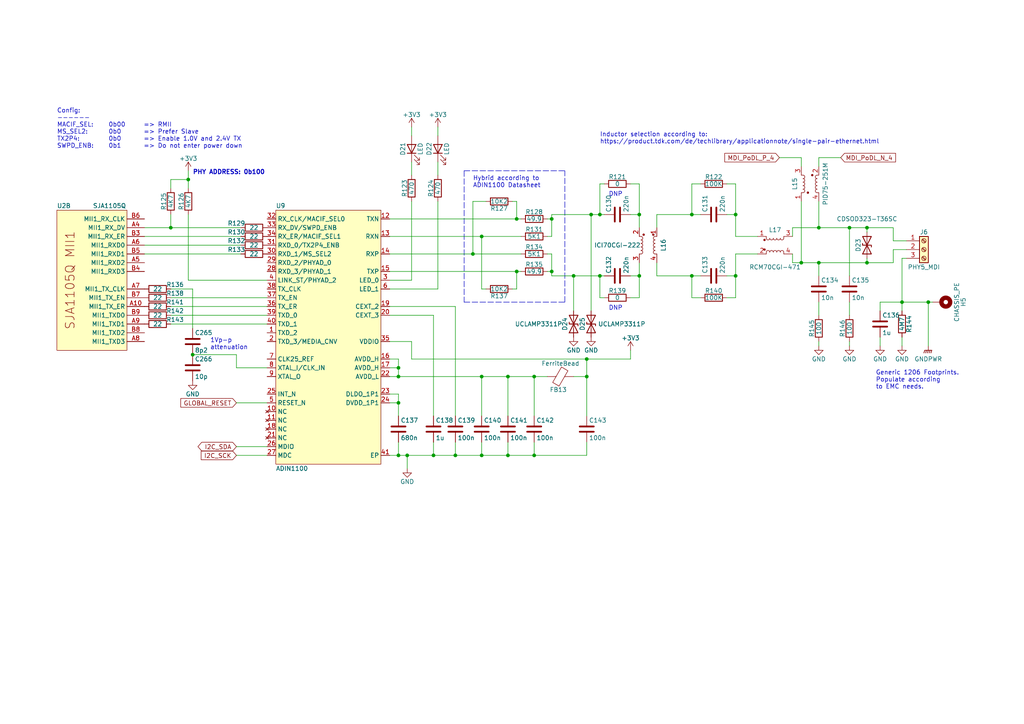
<source format=kicad_sch>
(kicad_sch (version 20211123) (generator eeschema)
  (paper "A4")
  (title_block (title "Open Hardware 10Base-T1L Switch") (date "2023-04-07") (rev "REV A") (company "Peter Heinrich") (comment 1 "Open Hardware License CERN-OHL-P v2") (comment 2 "https://github.com/peterheinrich/Open_10Base-T1L_Switch"))
  (lib_symbols
    (symbol "ADIN1100:ADIN1100"
      (property "Reference" "U" (at 0 1.27 0))
      (property "Value" "ADIN1100" (at 0 -74.93 0))
      (symbol "ADIN1100_1_1"
        (pin input line (at -2.54 -35.56 0) (length 2.54) (name "TXD_2") (number "1"))
        (pin no_connect line (at -2.54 -58.42 0) (length 2.54) (name "NC") (number "10"))
        (pin no_connect line (at -2.54 -60.96 0) (length 2.54) (name "NC") (number "11"))
        (pin bidirectional line (at 33.02 -2.54 180) (length 2.54) (name "TXN") (number "12"))
        (pin bidirectional line (at 33.02 -7.62 180) (length 2.54) (name "RXN") (number "13"))
        (pin bidirectional line (at 33.02 -12.7 180) (length 2.54) (name "RXP") (number "14"))
        (pin bidirectional line (at 33.02 -17.78 180) (length 2.54) (name "TXP") (number "15"))
        (pin power_in line (at 33.02 -43.18 180) (length 2.54) (name "AVDD_H") (number "16"))
        (pin power_in line (at 33.02 -45.72 180) (length 2.54) (name "AVDD_H") (number "17"))
        (pin no_connect line (at -2.54 -63.5 0) (length 2.54) (name "NC") (number "18"))
        (pin input line (at 33.02 -27.94 180) (length 2.54) (name "CEXT_2") (number "19"))
        (pin input line (at -2.54 -38.1 0) (length 2.54) (name "TXD_3/MEDIA_CNV") (number "2"))
        (pin input line (at 33.02 -30.48 180) (length 2.54) (name "CEXT_3") (number "20"))
        (pin no_connect line (at -2.54 -66.04 0) (length 2.54) (name "NC") (number "21"))
        (pin power_in line (at 33.02 -48.26 180) (length 2.54) (name "AVDD_L") (number "22"))
        (pin power_in line (at 33.02 -53.34 180) (length 2.54) (name "DLDO_1P1") (number "23"))
        (pin power_in line (at 33.02 -55.88 180) (length 2.54) (name "DVDD_1P1") (number "24"))
        (pin output line (at -2.54 -53.34 0) (length 2.54) (name "INT_N") (number "25"))
        (pin bidirectional line (at -2.54 -68.58 0) (length 2.54) (name "MDIO") (number "26"))
        (pin input line (at -2.54 -71.12 0) (length 2.54) (name "MDC") (number "27"))
        (pin output line (at -2.54 -17.78 0) (length 2.54) (name "RXD_3/PHYAD_1") (number "28"))
        (pin output line (at -2.54 -15.24 0) (length 2.54) (name "RXD_2/PHYAD_0") (number "29"))
        (pin output line (at 33.02 -20.32 180) (length 2.54) (name "LED_0") (number "3"))
        (pin output line (at -2.54 -12.7 0) (length 2.54) (name "RXD_1/MS_SEL2") (number "30"))
        (pin output line (at -2.54 -10.16 0) (length 2.54) (name "RXD_0/TX2P4_ENB") (number "31"))
        (pin output line (at -2.54 -2.54 0) (length 2.54) (name "RX_CLK/MACIF_SEL0") (number "32"))
        (pin output line (at -2.54 -5.08 0) (length 2.54) (name "RX_DV/SWPD_ENB") (number "33"))
        (pin output line (at -2.54 -7.62 0) (length 2.54) (name "RX_ER/MACIF_SEL1") (number "34"))
        (pin power_in line (at 33.02 -38.1 180) (length 2.54) (name "VDDIO") (number "35"))
        (pin input line (at -2.54 -27.94 0) (length 2.54) (name "TX_ER") (number "36"))
        (pin input line (at -2.54 -25.4 0) (length 2.54) (name "TX_EN") (number "37"))
        (pin output line (at -2.54 -22.86 0) (length 2.54) (name "TX_CLK") (number "38"))
        (pin input line (at -2.54 -30.48 0) (length 2.54) (name "TXD_0") (number "39"))
        (pin output line (at -2.54 -20.32 0) (length 2.54) (name "LINK_ST/PHYAD_2") (number "4"))
        (pin input line (at -2.54 -33.02 0) (length 2.54) (name "TXD_1") (number "40"))
        (pin power_in line (at 33.02 -71.12 180) (length 2.54) (name "EP") (number "41"))
        (pin input line (at -2.54 -55.88 0) (length 2.54) (name "RESET_N") (number "5"))
        (pin output line (at 33.02 -22.86 180) (length 2.54) (name "LED_1") (number "6"))
        (pin output line (at -2.54 -43.18 0) (length 2.54) (name "CLK25_REF") (number "7"))
        (pin input line (at -2.54 -45.72 0) (length 2.54) (name "XTAL_I/CLK_IN") (number "8"))
        (pin output line (at -2.54 -48.26 0) (length 2.54) (name "XTAL_O") (number "9"))
      )
    )
    (symbol "Connector:Screw_Terminal_01x03" (pin_names (offset 1.016) hide)
      (property "Reference" "J" (at 0 5.08 0))
      (property "Value" "Screw_Terminal_01x03" (at 0 -5.08 0))
      (symbol "Screw_Terminal_01x03_1_1"
        (pin passive line (at -5.08 2.54 0) (length 3.81) (name "Pin_1") (number "1"))
        (pin passive line (at -5.08 0 0) (length 3.81) (name "Pin_2") (number "2"))
        (pin passive line (at -5.08 -2.54 0) (length 3.81) (name "Pin_3") (number "3"))
      )
    )
    (symbol "Device:C" (pin_numbers hide) (pin_names (offset 0.254))
      (property "Reference" "C" (at 0.635 2.54 0))
      (property "Value" "C" (at 0.635 -2.54 0))
      (symbol "C_1_1"
        (pin passive line (at 0 3.81 270) (length 2.794) (name "~") (number "1"))
        (pin passive line (at 0 -3.81 90) (length 2.794) (name "~") (number "2"))
      )
    )
    (symbol "Device:D_TVS" (pin_numbers hide) (pin_names (offset 1.016) hide)
      (property "Reference" "D" (at 0 2.54 0))
      (property "Value" "D_TVS" (at 0 -2.54 0))
      (symbol "D_TVS_1_1"
        (pin passive line (at -3.81 0 0) (length 2.54) (name "A1") (number "1"))
        (pin passive line (at 3.81 0 180) (length 2.54) (name "A2") (number "2"))
      )
    )
    (symbol "Device:FerriteBead" (pin_numbers hide) (pin_names (offset 0))
      (property "Reference" "FB" (at -3.81 0.635 90))
      (property "Value" "FerriteBead" (at 3.81 0 90))
      (symbol "FerriteBead_1_1"
        (pin passive line (at 0 3.81 270) (length 2.54) (name "~") (number "1"))
        (pin passive line (at 0 -3.81 90) (length 2.54) (name "~") (number "2"))
      )
    )
    (symbol "Device:LED" (pin_numbers hide) (pin_names (offset 1.016) hide)
      (property "Reference" "D" (at 0 2.54 0))
      (property "Value" "LED" (at 0 -2.54 0))
      (symbol "LED_1_1"
        (pin passive line (at -3.81 0 0) (length 2.54) (name "K") (number "1"))
        (pin passive line (at 3.81 0 180) (length 2.54) (name "A") (number "2"))
      )
    )
    (symbol "Device:L_Coupled_1324" (pin_names (offset 0.254) hide)
      (property "Reference" "L" (at 0 4.445 0))
      (property "Value" "L_Coupled_1324" (at 0 -4.445 0))
      (symbol "L_Coupled_1324_1_1"
        (pin passive line (at -5.08 2.54 0) (length 2.54) (name "1") (number "1"))
        (pin passive line (at -5.08 -2.54 0) (length 2.54) (name "2") (number "2"))
        (pin passive line (at 5.08 2.54 180) (length 2.54) (name "3") (number "3"))
        (pin passive line (at 5.08 -2.54 180) (length 2.54) (name "4") (number "4"))
      )
    )
    (symbol "Device:L_Coupled_1423" (pin_names (offset 0.254) hide)
      (property "Reference" "L" (at 0 4.445 0))
      (property "Value" "L_Coupled_1423" (at 0 -4.445 0))
      (symbol "L_Coupled_1423_1_1"
        (pin passive line (at -5.08 2.54 0) (length 2.54) (name "1") (number "1"))
        (pin passive line (at -5.08 -2.54 0) (length 2.54) (name "2") (number "2"))
        (pin passive line (at 5.08 -2.54 180) (length 2.54) (name "3") (number "3"))
        (pin passive line (at 5.08 2.54 180) (length 2.54) (name "4") (number "4"))
      )
    )
    (symbol "Device:R" (pin_numbers hide) (pin_names (offset 0))
      (property "Reference" "R" (at 2.032 0 90))
      (property "Value" "R" (at 0 0 90))
      (symbol "R_1_1"
        (pin passive line (at 0 3.81 270) (length 1.27) (name "~") (number "1"))
        (pin passive line (at 0 -3.81 90) (length 1.27) (name "~") (number "2"))
      )
    )
    (symbol "L_differential_1324:L_Coupled_1324" (pin_names (offset 0.254) hide)
      (property "Reference" "L?" (at 0 4.445 0))
      (property "Value" "L_Coupled_1324" (at 0 -4.445 0))
      (symbol "L_Coupled_1324_1_1"
        (pin passive line (at -5.08 2.54 0) (length 2.54) (name "1") (number "1"))
        (pin passive line (at 5.08 -2.54 180) (length 2.54) (name "2") (number "2"))
        (pin passive line (at 5.08 2.54 180) (length 2.54) (name "3") (number "3"))
        (pin passive line (at -5.08 -2.54 0) (length 2.54) (name "4") (number "4"))
      )
    )
    (symbol "Mechanical:MountingHole_Pad" (pin_numbers hide) (pin_names (offset 1.016) hide)
      (property "Reference" "H" (at 0 6.35 0))
      (property "Value" "MountingHole_Pad" (at 0 4.445 0))
      (symbol "MountingHole_Pad_1_1"
        (pin input line (at 0 -2.54 90) (length 2.54) (name "1") (number "1"))
      )
    )
    (symbol "SJA1105Q:SJA1105Q"
      (property "Reference" "U" (at 0 1.27 0))
      (property "Value" "SJA1105Q" (at 15.24 1.27 0))
      (symbol "SJA1105Q_1_1"
        (text "SJA1105Q MII0" (at 3.81 -20.32 900) (effects (font (size 2.54 2.54))))
        (pin output line (at 25.4 -30.48 180) (length 5.08) (name "MII0_TXD0") (number "A2"))
        (pin output line (at 25.4 -27.94 180) (length 5.08) (name "MII0_TX_ER") (number "A3"))
        (pin output line (at 25.4 -33.02 180) (length 5.08) (name "MII0_TXD1") (number "B1"))
        (pin output line (at 25.4 -38.1 180) (length 5.08) (name "MII0_TXD3") (number "C1"))
        (pin output line (at 25.4 -35.56 180) (length 5.08) (name "MII0_TXD2") (number "C2"))
        (pin bidirectional line (at 25.4 -22.86 180) (length 5.08) (name "MII0_TX_CLK") (number "D1"))
        (pin output line (at 25.4 -25.4 180) (length 5.08) (name "MII0_TX_EN") (number "D2"))
        (pin input line (at 25.4 -10.16 180) (length 5.08) (name "MII0_RXD0") (number "E1"))
        (pin bidirectional line (at 25.4 -2.54 180) (length 5.08) (name "MII0_RX_CLK") (number "E2"))
        (pin input line (at 25.4 -15.24 180) (length 5.08) (name "MII0_RXD2") (number "F1"))
        (pin input line (at 25.4 -12.7 180) (length 5.08) (name "MII0_RXD1") (number "F2"))
        (pin input line (at 25.4 -5.08 180) (length 5.08) (name "MII0_RX_DV") (number "G1"))
        (pin input line (at 25.4 -17.78 180) (length 5.08) (name "MII0_RXD3") (number "G2"))
        (pin input line (at 25.4 -7.62 180) (length 5.08) (name "MII0_RX_ER") (number "H2"))
      )
      (symbol "SJA1105Q_2_1"
        (text "SJA1105Q MII1" (at 3.81 -20.32 900) (effects (font (size 2.54 2.54))))
        (pin output line (at 25.4 -27.94 180) (length 5.08) (name "MII1_TX_ER") (number "A10"))
        (pin input line (at 25.4 -5.08 180) (length 5.08) (name "MII1_RX_DV") (number "A4"))
        (pin input line (at 25.4 -15.24 180) (length 5.08) (name "MII1_RXD2") (number "A5"))
        (pin input line (at 25.4 -10.16 180) (length 5.08) (name "MII1_RXD0") (number "A6"))
        (pin bidirectional line (at 25.4 -22.86 180) (length 5.08) (name "MII1_TX_CLK") (number "A7"))
        (pin output line (at 25.4 -38.1 180) (length 5.08) (name "MII1_TXD3") (number "A8"))
        (pin output line (at 25.4 -33.02 180) (length 5.08) (name "MII1_TXD1") (number "A9"))
        (pin input line (at 25.4 -7.62 180) (length 5.08) (name "MII1_RX_ER") (number "B3"))
        (pin input line (at 25.4 -17.78 180) (length 5.08) (name "MII1_RXD3") (number "B4"))
        (pin input line (at 25.4 -12.7 180) (length 5.08) (name "MII1_RXD1") (number "B5"))
        (pin bidirectional line (at 25.4 -2.54 180) (length 5.08) (name "MII1_RX_CLK") (number "B6"))
        (pin output line (at 25.4 -25.4 180) (length 5.08) (name "MII1_TX_EN") (number "B7"))
        (pin output line (at 25.4 -35.56 180) (length 5.08) (name "MII1_TXD2") (number "B8"))
        (pin output line (at 25.4 -30.48 180) (length 5.08) (name "MII1_TXD0") (number "B9"))
      )
      (symbol "SJA1105Q_3_1"
        (text "SJA1105Q MII2" (at 3.81 -20.32 900) (effects (font (size 2.54 2.54))))
        (pin input line (at 25.4 -5.08 180) (length 5.08) (name "MII2_RX_DV") (number "A11"))
        (pin input line (at 25.4 -15.24 180) (length 5.08) (name "MII2_RXD2") (number "A12"))
        (pin input line (at 25.4 -10.16 180) (length 5.08) (name "MII2_RXD0") (number "A13"))
        (pin input line (at 25.4 -7.62 180) (length 5.08) (name "MII2_RX_ER") (number "B10"))
        (pin input line (at 25.4 -17.78 180) (length 5.08) (name "MII2_RXD3") (number "B11"))
        (pin input line (at 25.4 -12.7 180) (length 5.08) (name "MII2_RXD1") (number "B12"))
        (pin bidirectional line (at 25.4 -2.54 180) (length 5.08) (name "MII2_RX_CLK") (number "B14"))
        (pin output line (at 25.4 -25.4 180) (length 5.08) (name "MII2_TX_EN") (number "C13"))
        (pin bidirectional line (at 25.4 -22.86 180) (length 5.08) (name "MII2_TX_CLK") (number "C14"))
        (pin output line (at 25.4 -35.56 180) (length 5.08) (name "MII2_TXD2") (number "D13"))
        (pin output line (at 25.4 -38.1 180) (length 5.08) (name "MII2_TXD3") (number "D14"))
        (pin output line (at 25.4 -30.48 180) (length 5.08) (name "MII2_TXD0") (number "E13"))
        (pin output line (at 25.4 -33.02 180) (length 5.08) (name "MII2_TXD1") (number "E14"))
        (pin output line (at 25.4 -27.94 180) (length 5.08) (name "MII2_TX_ER") (number "F14"))
      )
      (symbol "SJA1105Q_4_1"
        (text "SJA1105Q MII3" (at 3.81 -20.32 900) (effects (font (size 2.54 2.54))))
        (pin input line (at 25.4 -7.62 180) (length 5.08) (name "MII3_RX_ER") (number "F13"))
        (pin input line (at 25.4 -17.78 180) (length 5.08) (name "MII3_RXD3") (number "G13"))
        (pin input line (at 25.4 -5.08 180) (length 5.08) (name "MII3_RX_DV") (number "G14"))
        (pin input line (at 25.4 -12.7 180) (length 5.08) (name "MII3_RXD1") (number "H13"))
        (pin input line (at 25.4 -15.24 180) (length 5.08) (name "MII3_RXD2") (number "H14"))
        (pin bidirectional line (at 25.4 -2.54 180) (length 5.08) (name "MII3_RX_CLK") (number "J13"))
        (pin input line (at 25.4 -10.16 180) (length 5.08) (name "MII3_RXD0") (number "J14"))
        (pin output line (at 25.4 -25.4 180) (length 5.08) (name "MII3_TX_EN") (number "K13"))
        (pin bidirectional line (at 25.4 -22.86 180) (length 5.08) (name "MII3_TX_CLK") (number "K14"))
        (pin output line (at 25.4 -35.56 180) (length 5.08) (name "MII3_TXD2") (number "L13"))
        (pin output line (at 25.4 -38.1 180) (length 5.08) (name "MII3_TXD3") (number "L14"))
        (pin output line (at 25.4 -30.48 180) (length 5.08) (name "MII3_TXD0") (number "M13"))
        (pin output line (at 25.4 -33.02 180) (length 5.08) (name "MII3_TXD1") (number "M14"))
        (pin output line (at 25.4 -27.94 180) (length 5.08) (name "MII3_TX_ER") (number "N14"))
      )
      (symbol "SJA1105Q_5_1"
        (text "SJA1105Q MII4" (at 3.81 -20.32 900) (effects (font (size 2.54 2.54))))
        (pin input line (at 25.4 -10.16 180) (length 5.08) (name "MII4_RXD0") (number "N10"))
        (pin input line (at 25.4 -15.24 180) (length 5.08) (name "MII4_RXD2") (number "N11"))
        (pin input line (at 25.4 -5.08 180) (length 5.08) (name "MII4_RX_DV") (number "N12"))
        (pin output line (at 25.4 -33.02 180) (length 5.08) (name "MII4_TXD1") (number "N7"))
        (pin output line (at 25.4 -38.1 180) (length 5.08) (name "MII4_TXD3") (number "N8"))
        (pin bidirectional line (at 25.4 -22.86 180) (length 5.08) (name "MII4_TX_CLK") (number "N9"))
        (pin bidirectional line (at 25.4 -2.54 180) (length 5.08) (name "MII4_RX_CLK") (number "P10"))
        (pin input line (at 25.4 -12.7 180) (length 5.08) (name "MII4_RXD1") (number "P11"))
        (pin input line (at 25.4 -17.78 180) (length 5.08) (name "MII4_RXD3") (number "P12"))
        (pin input line (at 25.4 -7.62 180) (length 5.08) (name "MII4_RX_ER") (number "P13"))
        (pin output line (at 25.4 -27.94 180) (length 5.08) (name "MII4_TX_ER") (number "P6"))
        (pin output line (at 25.4 -30.48 180) (length 5.08) (name "MII4_TXD0") (number "P7"))
        (pin output line (at 25.4 -35.56 180) (length 5.08) (name "MII4_TXD2") (number "P8"))
        (pin output line (at 25.4 -25.4 180) (length 5.08) (name "MII4_TX_EN") (number "P9"))
      )
      (symbol "SJA1105Q_6_1"
        (text "SJA1105Q CLK" (at 15.24 -17.78 900) (effects (font (size 2.54 2.54))))
        (pin output line (at -5.08 -2.54 0) (length 5.08) (name "CLK_OUT") (number "H1"))
        (pin input line (at -5.08 -20.32 0) (length 5.08) (name "OSC_IN") (number "K2"))
        (pin output line (at -5.08 -7.62 0) (length 5.08) (name "OSC_OUT") (number "L1"))
        (pin power_in line (at 33.02 -17.78 180) (length 5.08) (name "i.c.") (number "L4"))
        (pin input line (at 33.02 -2.54 180) (length 5.08) (name "TRST_N") (number "M1"))
        (pin input line (at 33.02 -10.16 180) (length 5.08) (name "TDI") (number "M2"))
        (pin input line (at 33.02 -12.7 180) (length 5.08) (name "TCK") (number "N1"))
        (pin output line (at 33.02 -7.62 180) (length 5.08) (name "TDO") (number "N3"))
        (pin bidirectional line (at -5.08 -33.02 0) (length 5.08) (name "PTP_CLK") (number "N4"))
        (pin input line (at 33.02 -25.4 180) (length 5.08) (name "SDI") (number "N5"))
        (pin input line (at 33.02 -30.48 180) (length 5.08) (name "SS_N") (number "N6"))
        (pin input line (at 33.02 -5.08 180) (length 5.08) (name "TMS") (number "P2"))
        (pin input line (at 33.02 -33.02 180) (length 5.08) (name "RST_N") (number "P3"))
        (pin output line (at 33.02 -27.94 180) (length 5.08) (name "SDO") (number "P4"))
        (pin input line (at 33.02 -22.86 180) (length 5.08) (name "SCK") (number "P5"))
      )
      (symbol "SJA1105Q_7_1"
        (text "SJA1105Q Power" (at 12.7 -48.26 900) (effects (font (size 2.54 2.54))))
        (pin power_in line (at -5.08 -2.54 0) (length 5.08) (name "VSS") (number "A1"))
        (pin power_in line (at 33.02 -88.9 180) (length 5.08) (name "VSS") (number "A14"))
        (pin power_in line (at 33.02 -83.82 180) (length 5.08) (name "VSS") (number "B13"))
        (pin power_in line (at 33.02 -48.26 180) (length 5.08) (name "VDDIO_MII2") (number "D10"))
        (pin power_in line (at 33.02 -50.8 180) (length 5.08) (name "VDDIO_MII2") (number "D11"))
        (pin power_in line (at 33.02 -33.02 180) (length 5.08) (name "VDDIO_MII0") (number "D4"))
        (pin power_in line (at 33.02 -40.64 180) (length 5.08) (name "VDDIO_MII1") (number "D5"))
        (pin power_in line (at 33.02 -7.62 180) (length 5.08) (name "VDD_CORE") (number "D6"))
        (pin power_in line (at 33.02 -43.18 180) (length 5.08) (name "VDDIO_MII1") (number "D7"))
        (pin power_in line (at 33.02 -45.72 180) (length 5.08) (name "VDDIO_MII1") (number "D8"))
        (pin power_in line (at 33.02 -12.7 180) (length 5.08) (name "VDD_CORE") (number "D9"))
        (pin power_in line (at -5.08 -91.44 0) (length 5.08) (name "VSS") (number "E10"))
        (pin power_in line (at 33.02 -53.34 180) (length 5.08) (name "VDDIO_MII2") (number "E11"))
        (pin power_in line (at 33.02 -35.56 180) (length 5.08) (name "VDDIO_MII0") (number "E4"))
        (pin power_in line (at -5.08 -12.7 0) (length 5.08) (name "VSS") (number "E5"))
        (pin power_in line (at -5.08 -27.94 0) (length 5.08) (name "VSS") (number "E6"))
        (pin power_in line (at -5.08 -43.18 0) (length 5.08) (name "VSS") (number "E7"))
        (pin power_in line (at -5.08 -60.96 0) (length 5.08) (name "VSS") (number "E8"))
        (pin power_in line (at -5.08 -76.2 0) (length 5.08) (name "VSS") (number "E9"))
        (pin power_in line (at -5.08 -93.98 0) (length 5.08) (name "VSS") (number "F10"))
        (pin power_in line (at 33.02 -17.78 180) (length 5.08) (name "VDD_CORE") (number "F11"))
        (pin power_in line (at 33.02 -2.54 180) (length 5.08) (name "VDD_CORE") (number "F4"))
        (pin power_in line (at -5.08 -15.24 0) (length 5.08) (name "VSS") (number "F5"))
        (pin power_in line (at -5.08 -30.48 0) (length 5.08) (name "VSS") (number "F6"))
        (pin power_in line (at -5.08 -45.72 0) (length 5.08) (name "VSS") (number "F7"))
        (pin power_in line (at -5.08 -63.5 0) (length 5.08) (name "VSS") (number "F8"))
        (pin power_in line (at -5.08 -78.74 0) (length 5.08) (name "VSS") (number "F9"))
        (pin power_in line (at -5.08 -96.52 0) (length 5.08) (name "VSS") (number "G10"))
        (pin power_in line (at 33.02 -55.88 180) (length 5.08) (name "VDDIO_MII3") (number "G11"))
        (pin power_in line (at 33.02 -38.1 180) (length 5.08) (name "VDDIO_MII0") (number "G4"))
        (pin power_in line (at -5.08 -17.78 0) (length 5.08) (name "VSS") (number "G5"))
        (pin power_in line (at -5.08 -33.02 0) (length 5.08) (name "VSS") (number "G6"))
        (pin power_in line (at -5.08 -48.26 0) (length 5.08) (name "VSS") (number "G7"))
        (pin power_in line (at -5.08 -66.04 0) (length 5.08) (name "VSS") (number "G8"))
        (pin power_in line (at -5.08 -81.28 0) (length 5.08) (name "VSS") (number "G9"))
        (pin power_in line (at 33.02 -76.2 180) (length 5.08) (name "VSS") (number "H10"))
        (pin power_in line (at 33.02 -58.42 180) (length 5.08) (name "VDDIO_MII3") (number "H11"))
        (pin power_in line (at 33.02 -27.94 180) (length 5.08) (name "VDDIO_CLO") (number "H4"))
        (pin power_in line (at -5.08 -20.32 0) (length 5.08) (name "VSS") (number "H5"))
        (pin power_in line (at -5.08 -35.56 0) (length 5.08) (name "VSS") (number "H6"))
        (pin power_in line (at -5.08 -50.8 0) (length 5.08) (name "VSS") (number "H7"))
        (pin power_in line (at -5.08 -68.58 0) (length 5.08) (name "VSS") (number "H8"))
        (pin power_in line (at -5.08 -83.82 0) (length 5.08) (name "VSS") (number "H9"))
        (pin power_in line (at 33.02 -25.4 180) (length 5.08) (name "VDDA_PLL") (number "J1"))
        (pin power_in line (at 33.02 -78.74 180) (length 5.08) (name "VSS") (number "J10"))
        (pin power_in line (at 33.02 -20.32 180) (length 5.08) (name "VDD_CORE") (number "J11"))
        (pin power_in line (at 33.02 -96.52 180) (length 5.08) (name "VSSA_PLL") (number "J2"))
        (pin power_in line (at 33.02 -5.08 180) (length 5.08) (name "VDD_CORE") (number "J4"))
        (pin power_in line (at -5.08 -22.86 0) (length 5.08) (name "VSS") (number "J5"))
        (pin power_in line (at -5.08 -38.1 0) (length 5.08) (name "VSS") (number "J6"))
        (pin power_in line (at -5.08 -53.34 0) (length 5.08) (name "VSS") (number "J7"))
        (pin power_in line (at -5.08 -71.12 0) (length 5.08) (name "VSS") (number "J8"))
        (pin power_in line (at -5.08 -86.36 0) (length 5.08) (name "VSS") (number "J9"))
        (pin power_in line (at 33.02 -22.86 180) (length 5.08) (name "VDDA_OSC") (number "K1"))
        (pin power_in line (at 33.02 -81.28 180) (length 5.08) (name "VSS") (number "K10"))
        (pin power_in line (at 33.02 -60.96 180) (length 5.08) (name "VDDIO_MII3") (number "K11"))
        (pin power_in line (at -5.08 -10.16 0) (length 5.08) (name "VSS") (number "K4"))
        (pin power_in line (at -5.08 -25.4 0) (length 5.08) (name "VSS") (number "K5"))
        (pin power_in line (at -5.08 -40.64 0) (length 5.08) (name "VSS") (number "K6"))
        (pin power_in line (at -5.08 -55.88 0) (length 5.08) (name "VSS") (number "K7"))
        (pin power_in line (at -5.08 -73.66 0) (length 5.08) (name "VSS") (number "K8"))
        (pin power_in line (at -5.08 -88.9 0) (length 5.08) (name "VSS") (number "K9"))
        (pin power_in line (at 33.02 -66.04 180) (length 5.08) (name "VDDIO_MII4") (number "L10"))
        (pin power_in line (at 33.02 -68.58 180) (length 5.08) (name "VDDIO_MII4") (number "L11"))
        (pin power_in line (at 33.02 -93.98 180) (length 5.08) (name "VSSA_OSC") (number "L2"))
        (pin power_in line (at 33.02 -30.48 180) (length 5.08) (name "VDDIO_HOST") (number "L5"))
        (pin power_in line (at 33.02 -10.16 180) (length 5.08) (name "VDD_CORE") (number "L6"))
        (pin power_in line (at -5.08 -58.42 0) (length 5.08) (name "VSS") (number "L7"))
        (pin power_in line (at 33.02 -63.5 180) (length 5.08) (name "VDDIO_MII4") (number "L8"))
        (pin power_in line (at 33.02 -15.24 180) (length 5.08) (name "VDD_CORE") (number "L9"))
        (pin power_in line (at 33.02 -86.36 180) (length 5.08) (name "VSS") (number "N13"))
        (pin power_in line (at -5.08 -7.62 0) (length 5.08) (name "VSS") (number "N2"))
        (pin power_in line (at -5.08 -5.08 0) (length 5.08) (name "VSS") (number "P1"))
        (pin power_in line (at 33.02 -91.44 180) (length 5.08) (name "VSS") (number "P14"))
      )
    )
    (symbol "power:+3V3" (power) (pin_names (offset 0))
      (property "Value" "+3V3" (at 0 3.556 0))
      (symbol "+3V3_1_1"
        (pin power_in line (at 0 0 90) (length 0) hide (name "+3V3") (number "1"))
      )
    )
    (symbol "power:GND" (power) (pin_names (offset 0))
      (property "Value" "GND" (at 0 -3.81 0))
      (symbol "GND_1_1"
        (pin power_in line (at 0 0 270) (length 0) hide (name "GND") (number "1"))
      )
    )
    (symbol "power:GNDPWR" (power) (pin_names (offset 0))
      (property "Value" "GNDPWR" (at 0 -3.302 0))
      (symbol "GNDPWR_1_1"
        (pin power_in line (at 0 0 270) (length 0) hide (name "GNDPWR") (number "1"))
      )
    )
  )
  (junction (at 200.66 62.23))
  (junction (at 139.7 68.58))
  (junction (at 237.49 76.2))
  (junction (at 237.49 66.04))
  (junction (at 139.7 132.08))
  (junction (at 154.94 132.08))
  (junction (at 137.16 73.66))
  (junction (at 115.57 106.68))
  (junction (at 213.36 80.01))
  (junction (at 115.57 109.22))
  (junction (at 147.32 132.08))
  (junction (at 170.18 104.14))
  (junction (at 251.46 76.2))
  (junction (at 166.37 80.01))
  (junction (at 139.7 109.22))
  (junction (at 118.11 132.08))
  (junction (at 171.45 62.23))
  (junction (at 125.73 132.08))
  (junction (at 149.86 78.74))
  (junction (at 154.94 109.22))
  (junction (at 49.53 66.04))
  (junction (at 232.41 76.2))
  (junction (at 261.62 87.63))
  (junction (at 185.42 62.23))
  (junction (at 149.86 63.5))
  (junction (at 54.61 52.07))
  (junction (at 160.02 78.74))
  (junction (at 251.46 66.04))
  (junction (at 160.02 63.5))
  (junction (at 200.66 80.01))
  (junction (at 55.88 102.87))
  (junction (at 147.32 109.22))
  (junction (at 269.24 87.63))
  (junction (at 185.42 80.01))
  (junction (at 173.99 62.23))
  (junction (at 213.36 62.23))
  (junction (at 173.99 80.01))
  (junction (at 115.57 116.84))
  (junction (at 115.57 132.08))
  (junction (at 170.18 109.22))
  (junction (at 132.08 132.08))
  (junction (at 246.38 66.04))
  (wire (pts (xy 232.41 58.42) (xy 232.41 76.2)))
  (wire (pts (xy 137.16 58.42) (xy 137.16 73.66)))
  (wire (pts (xy 229.87 76.2) (xy 232.41 76.2)))
  (wire (pts (xy 154.94 120.65) (xy 154.94 109.22)))
  (wire (pts (xy 171.45 62.23) (xy 171.45 90.17)))
  (wire (pts (xy 147.32 109.22) (xy 139.7 109.22)))
  (wire (pts (xy 125.73 120.65) (xy 125.73 91.44)))
  (wire (pts (xy 113.03 99.06) (xy 119.38 99.06)))
  (wire (pts (xy 149.86 78.74) (xy 151.13 78.74)))
  (wire (pts (xy 140.97 83.82) (xy 139.7 83.82)))
  (wire (pts (xy 219.71 68.58) (xy 213.36 68.58)))
  (wire (pts (xy 139.7 120.65) (xy 139.7 109.22)))
  (wire (pts (xy 54.61 49.53) (xy 54.61 52.07)))
  (wire (pts (xy 49.53 66.04) (xy 69.85 66.04)))
  (wire (pts (xy 185.42 62.23) (xy 185.42 66.04)))
  (wire (pts (xy 113.03 78.74) (xy 149.86 78.74)))
  (wire (pts (xy 115.57 114.3) (xy 115.57 116.84)))
  (wire (pts (xy 170.18 109.22) (xy 166.37 109.22)))
  (wire (pts (xy 115.57 104.14) (xy 115.57 106.68)))
  (wire (pts (xy 171.45 62.23) (xy 173.99 62.23)))
  (polyline (pts (xy 134.62 87.63) (xy 163.83 87.63)))
  (wire (pts (xy 113.03 83.82) (xy 127 83.82)))
  (wire (pts (xy 226.06 45.72) (xy 232.41 45.72)))
  (wire (pts (xy 54.61 52.07) (xy 54.61 54.61)))
  (wire (pts (xy 170.18 132.08) (xy 170.18 128.27)))
  (wire (pts (xy 237.49 99.06) (xy 237.49 100.33)))
  (wire (pts (xy 166.37 80.01) (xy 166.37 90.17)))
  (wire (pts (xy 203.2 53.34) (xy 200.66 53.34)))
  (wire (pts (xy 175.26 80.01) (xy 173.99 80.01)))
  (wire (pts (xy 229.87 66.04) (xy 237.49 66.04)))
  (wire (pts (xy 119.38 99.06) (xy 119.38 104.14)))
  (wire (pts (xy 139.7 68.58) (xy 151.13 68.58)))
  (wire (pts (xy 185.42 80.01) (xy 185.42 76.2)))
  (wire (pts (xy 255.27 97.79) (xy 255.27 100.33)))
  (wire (pts (xy 49.53 52.07) (xy 54.61 52.07)))
  (wire (pts (xy 55.88 83.82) (xy 55.88 95.25)))
  (wire (pts (xy 262.89 72.39) (xy 259.08 72.39)))
  (wire (pts (xy 140.97 58.42) (xy 137.16 58.42)))
  (wire (pts (xy 251.46 74.93) (xy 251.46 76.2)))
  (wire (pts (xy 127 83.82) (xy 127 58.42)))
  (wire (pts (xy 160.02 63.5) (xy 160.02 68.58)))
  (wire (pts (xy 259.08 72.39) (xy 259.08 76.2)))
  (wire (pts (xy 237.49 76.2) (xy 251.46 76.2)))
  (wire (pts (xy 49.53 62.23) (xy 49.53 66.04)))
  (wire (pts (xy 115.57 128.27) (xy 115.57 132.08)))
  (wire (pts (xy 160.02 62.23) (xy 171.45 62.23)))
  (polyline (pts (xy 134.62 49.53) (xy 163.83 49.53)))
  (wire (pts (xy 154.94 132.08) (xy 170.18 132.08)))
  (wire (pts (xy 160.02 80.01) (xy 160.02 78.74)))
  (wire (pts (xy 160.02 80.01) (xy 166.37 80.01)))
  (wire (pts (xy 147.32 120.65) (xy 147.32 109.22)))
  (wire (pts (xy 213.36 86.36) (xy 213.36 80.01)))
  (wire (pts (xy 237.49 66.04) (xy 246.38 66.04)))
  (wire (pts (xy 113.03 73.66) (xy 137.16 73.66)))
  (wire (pts (xy 170.18 109.22) (xy 170.18 120.65)))
  (wire (pts (xy 200.66 80.01) (xy 203.2 80.01)))
  (wire (pts (xy 149.86 78.74) (xy 149.86 83.82)))
  (wire (pts (xy 173.99 53.34) (xy 173.99 62.23)))
  (wire (pts (xy 251.46 66.04) (xy 251.46 67.31)))
  (wire (pts (xy 261.62 74.93) (xy 262.89 74.93)))
  (wire (pts (xy 246.38 66.04) (xy 246.38 80.01)))
  (wire (pts (xy 251.46 76.2) (xy 259.08 76.2)))
  (wire (pts (xy 170.18 104.14) (xy 170.18 109.22)))
  (wire (pts (xy 49.53 54.61) (xy 49.53 52.07)))
  (wire (pts (xy 115.57 106.68) (xy 115.57 109.22)))
  (wire (pts (xy 213.36 62.23) (xy 213.36 68.58)))
  (wire (pts (xy 190.5 62.23) (xy 200.66 62.23)))
  (wire (pts (xy 115.57 116.84) (xy 115.57 120.65)))
  (wire (pts (xy 213.36 53.34) (xy 213.36 62.23)))
  (wire (pts (xy 251.46 66.04) (xy 259.08 66.04)))
  (wire (pts (xy 41.91 66.04) (xy 49.53 66.04)))
  (polyline (pts (xy 134.62 49.53) (xy 134.62 87.63)))
  (wire (pts (xy 190.5 80.01) (xy 200.66 80.01)))
  (wire (pts (xy 55.88 102.87) (xy 68.58 102.87)))
  (wire (pts (xy 68.58 132.08) (xy 77.47 132.08)))
  (wire (pts (xy 200.66 86.36) (xy 200.66 80.01)))
  (wire (pts (xy 246.38 87.63) (xy 246.38 91.44)))
  (wire (pts (xy 154.94 132.08) (xy 154.94 128.27)))
  (wire (pts (xy 132.08 88.9) (xy 132.08 120.65)))
  (wire (pts (xy 160.02 62.23) (xy 160.02 63.5)))
  (wire (pts (xy 158.75 78.74) (xy 160.02 78.74)))
  (wire (pts (xy 232.41 76.2) (xy 237.49 76.2)))
  (wire (pts (xy 68.58 102.87) (xy 68.58 106.68)))
  (wire (pts (xy 154.94 109.22) (xy 147.32 109.22)))
  (wire (pts (xy 237.49 76.2) (xy 237.49 80.01)))
  (wire (pts (xy 182.88 86.36) (xy 185.42 86.36)))
  (wire (pts (xy 49.53 93.98) (xy 77.47 93.98)))
  (wire (pts (xy 200.66 53.34) (xy 200.66 62.23)))
  (wire (pts (xy 154.94 109.22) (xy 158.75 109.22)))
  (wire (pts (xy 213.36 80.01) (xy 210.82 80.01)))
  (wire (pts (xy 119.38 81.28) (xy 113.03 81.28)))
  (wire (pts (xy 261.62 87.63) (xy 255.27 87.63)))
  (wire (pts (xy 261.62 97.79) (xy 261.62 100.33)))
  (wire (pts (xy 113.03 104.14) (xy 115.57 104.14)))
  (wire (pts (xy 68.58 116.84) (xy 77.47 116.84)))
  (wire (pts (xy 49.53 88.9) (xy 77.47 88.9)))
  (wire (pts (xy 175.26 86.36) (xy 173.99 86.36)))
  (wire (pts (xy 125.73 91.44) (xy 113.03 91.44)))
  (wire (pts (xy 175.26 53.34) (xy 173.99 53.34)))
  (wire (pts (xy 149.86 58.42) (xy 149.86 63.5)))
  (wire (pts (xy 49.53 83.82) (xy 55.88 83.82)))
  (wire (pts (xy 182.88 62.23) (xy 185.42 62.23)))
  (wire (pts (xy 270.51 87.63) (xy 269.24 87.63)))
  (wire (pts (xy 259.08 69.85) (xy 259.08 66.04)))
  (wire (pts (xy 255.27 87.63) (xy 255.27 90.17)))
  (wire (pts (xy 173.99 80.01) (xy 166.37 80.01)))
  (wire (pts (xy 139.7 68.58) (xy 139.7 83.82)))
  (wire (pts (xy 147.32 132.08) (xy 147.32 128.27)))
  (wire (pts (xy 118.11 132.08) (xy 118.11 135.89)))
  (wire (pts (xy 182.88 53.34) (xy 185.42 53.34)))
  (wire (pts (xy 185.42 53.34) (xy 185.42 62.23)))
  (wire (pts (xy 200.66 62.23) (xy 203.2 62.23)))
  (wire (pts (xy 113.03 106.68) (xy 115.57 106.68)))
  (wire (pts (xy 160.02 78.74) (xy 160.02 73.66)))
  (wire (pts (xy 262.89 69.85) (xy 259.08 69.85)))
  (wire (pts (xy 118.11 132.08) (xy 125.73 132.08)))
  (wire (pts (xy 232.41 45.72) (xy 232.41 48.26)))
  (wire (pts (xy 237.49 45.72) (xy 243.84 45.72)))
  (wire (pts (xy 229.87 66.04) (xy 229.87 68.58)))
  (wire (pts (xy 173.99 86.36) (xy 173.99 80.01)))
  (wire (pts (xy 132.08 132.08) (xy 125.73 132.08)))
  (wire (pts (xy 261.62 87.63) (xy 261.62 74.93)))
  (wire (pts (xy 158.75 68.58) (xy 160.02 68.58)))
  (wire (pts (xy 113.03 88.9) (xy 132.08 88.9)))
  (wire (pts (xy 269.24 87.63) (xy 269.24 100.33)))
  (wire (pts (xy 41.91 68.58) (xy 69.85 68.58)))
  (wire (pts (xy 148.59 83.82) (xy 149.86 83.82)))
  (wire (pts (xy 119.38 104.14) (xy 170.18 104.14)))
  (wire (pts (xy 68.58 129.54) (xy 77.47 129.54)))
  (wire (pts (xy 139.7 132.08) (xy 147.32 132.08)))
  (wire (pts (xy 115.57 132.08) (xy 118.11 132.08)))
  (wire (pts (xy 113.03 63.5) (xy 149.86 63.5)))
  (wire (pts (xy 213.36 73.66) (xy 213.36 80.01)))
  (wire (pts (xy 148.59 58.42) (xy 149.86 58.42)))
  (wire (pts (xy 115.57 109.22) (xy 113.03 109.22)))
  (wire (pts (xy 125.73 132.08) (xy 125.73 128.27)))
  (wire (pts (xy 170.18 104.14) (xy 182.88 104.14)))
  (wire (pts (xy 237.49 58.42) (xy 237.49 66.04)))
  (wire (pts (xy 137.16 73.66) (xy 151.13 73.66)))
  (wire (pts (xy 190.5 62.23) (xy 190.5 66.04)))
  (wire (pts (xy 190.5 80.01) (xy 190.5 76.2)))
  (wire (pts (xy 173.99 62.23) (xy 175.26 62.23)))
  (wire (pts (xy 132.08 128.27) (xy 132.08 132.08)))
  (wire (pts (xy 237.49 87.63) (xy 237.49 91.44)))
  (wire (pts (xy 115.57 116.84) (xy 113.03 116.84)))
  (wire (pts (xy 237.49 48.26) (xy 237.49 45.72)))
  (wire (pts (xy 185.42 86.36) (xy 185.42 80.01)))
  (wire (pts (xy 127 36.83) (xy 127 39.37)))
  (wire (pts (xy 68.58 106.68) (xy 77.47 106.68)))
  (wire (pts (xy 119.38 36.83) (xy 119.38 39.37)))
  (wire (pts (xy 158.75 63.5) (xy 160.02 63.5)))
  (wire (pts (xy 219.71 73.66) (xy 213.36 73.66)))
  (wire (pts (xy 113.03 114.3) (xy 115.57 114.3)))
  (wire (pts (xy 139.7 109.22) (xy 115.57 109.22)))
  (wire (pts (xy 210.82 86.36) (xy 213.36 86.36)))
  (wire (pts (xy 229.87 76.2) (xy 229.87 73.66)))
  (wire (pts (xy 41.91 73.66) (xy 69.85 73.66)))
  (polyline (pts (xy 163.83 87.63) (xy 163.83 49.53)))
  (wire (pts (xy 139.7 132.08) (xy 139.7 128.27)))
  (wire (pts (xy 127 46.99) (xy 127 50.8)))
  (wire (pts (xy 54.61 81.28) (xy 54.61 62.23)))
  (wire (pts (xy 182.88 80.01) (xy 185.42 80.01)))
  (wire (pts (xy 246.38 66.04) (xy 251.46 66.04)))
  (wire (pts (xy 77.47 81.28) (xy 54.61 81.28)))
  (wire (pts (xy 119.38 58.42) (xy 119.38 81.28)))
  (wire (pts (xy 261.62 87.63) (xy 261.62 90.17)))
  (wire (pts (xy 203.2 86.36) (xy 200.66 86.36)))
  (wire (pts (xy 210.82 53.34) (xy 213.36 53.34)))
  (wire (pts (xy 113.03 68.58) (xy 139.7 68.58)))
  (wire (pts (xy 147.32 132.08) (xy 154.94 132.08)))
  (wire (pts (xy 49.53 86.36) (xy 77.47 86.36)))
  (wire (pts (xy 49.53 91.44) (xy 77.47 91.44)))
  (wire (pts (xy 132.08 132.08) (xy 139.7 132.08)))
  (wire (pts (xy 119.38 46.99) (xy 119.38 50.8)))
  (wire (pts (xy 149.86 63.5) (xy 151.13 63.5)))
  (wire (pts (xy 246.38 99.06) (xy 246.38 100.33)))
  (wire (pts (xy 41.91 71.12) (xy 69.85 71.12)))
  (wire (pts (xy 182.88 104.14) (xy 182.88 101.6)))
  (wire (pts (xy 210.82 62.23) (xy 213.36 62.23)))
  (wire (pts (xy 269.24 87.63) (xy 261.62 87.63)))
  (wire (pts (xy 158.75 73.66) (xy 160.02 73.66)))
  (wire (pts (xy 113.03 132.08) (xy 115.57 132.08)))
  (text "Config:\n------\nMACIF_SEL: 	0b00 	=> RMII\nMS_SEL2: 	0b0 	=> Prefer Slave\nTX2P4: 		0b0 	=> Enable 1.0V and 2.4V TX\nSWPD_ENB: 	0b1 	=> Do not enter power down" (at 16.51 43.18 0) (effects (font (size 1.27 1.27)) (justify left bottom)))
  (text "Generic 1206 Footprints.\nPopulate according \nto EMC needs." (at 254 113.03 0) (effects (font (size 1.27 1.27)) (justify left bottom)))
  (text "DNP" (at 176.53 90.17 0) (effects (font (size 1.27 1.27)) (justify left bottom)))
  (text "Inductor selection according to:\nhttps://product.tdk.com/de/techlibrary/applicationnote/single-pair-ethernet.html" (at 173.99 41.91 0) (effects (font (size 1.27 1.27)) (justify left bottom)))
  (text "PHY ADDRESS: 0b100" (at 55.88 50.8 0) (effects (font (size 1.27 1.27) bold) (justify left bottom)))
  (text "DNP" (at 176.53 57.15 0) (effects (font (size 1.27 1.27)) (justify left bottom)))
  (text "1Vp-p\nattenuation" (at 60.96 101.6 0) (effects (font (size 1.27 1.27)) (justify left bottom)))
  (text "Hybrid according to\nADIN1100 Datasheet" (at 137.16 54.61 0) (effects (font (size 1.27 1.27)) (justify left bottom)))
  (global_label "MDI_PoDL_N_4" (shape input) (at 243.84 45.72 0) (property "Intersheet References" "${INTERSHEET_REFS}" (effects hide)))
  (global_label "GLOBAL_RESET" (shape input) (at 68.58 116.84 180) (property "Intersheet References" "${INTERSHEET_REFS}" (effects hide)))
  (global_label "I2C_SDA" (shape bidirectional) (at 68.58 129.54 180) (property "Intersheet References" "${INTERSHEET_REFS}" (effects hide)))
  (global_label "MDI_PoDL_P_4" (shape input) (at 226.06 45.72 180) (property "Intersheet References" "${INTERSHEET_REFS}" (effects hide)))
  (global_label "I2C_SCK" (shape input) (at 68.58 132.08 180) (property "Intersheet References" "${INTERSHEET_REFS}" (effects hide)))
  (symbol (lib_id "Device:R") (at 119.38 54.61 180) (unit 1)
    (property "Reference" "R123" (at 117.348 54.61 90))
    (property "Value" "470" (at 119.38 54.61 90))
    (property "Footprint" "Resistor_SMD:R_0603_1608Metric" (effects hide))
  )
  (symbol (lib_id "Device:C") (at 179.07 62.23 90) (unit 1)
    (property "Reference" "C130" (at 176.53 61.595 0) (effects (justify left)))
    (property "Value" "220n" (at 181.61 61.595 0) (effects (justify left)))
    (property "Footprint" "Capacitor_SMD:C_0805_2012Metric" (effects hide))
  )
  (symbol (lib_id "power:GND") (at 166.37 97.79 0) (unit 1)
    (property "Reference" "#PWR0135" (effects hide))
    (property "Value" "GND" (at 166.37 101.6 0))
  )
  (symbol (lib_id "Device:LED") (at 127 43.18 90) (unit 1)
    (property "Reference" "D22" (at 124.46 43.18 0))
    (property "Value" "LED" (at 129.54 43.18 0))
    (property "Footprint" "LED_SMD:LED_0603_1608Metric" (effects hide))
  )
  (symbol (lib_id "Device:R") (at 246.38 95.25 180) (unit 1)
    (property "Reference" "R146" (at 244.348 95.25 90))
    (property "Value" "100" (at 246.38 95.25 90))
    (property "Footprint" "Resistor_SMD:R_0805_2012Metric" (effects hide))
  )
  (symbol (lib_id "Device:R") (at 144.78 58.42 270) (unit 1)
    (property "Reference" "R127" (at 144.78 60.452 90))
    (property "Value" "10K2" (at 144.78 58.42 90))
    (property "Footprint" "Resistor_SMD:R_0603_1608Metric" (effects hide))
  )
  (symbol (lib_id "Device:R") (at 154.94 68.58 90) (unit 1)
    (property "Reference" "R131" (at 154.94 66.548 90))
    (property "Value" "5K1" (at 154.94 68.58 90))
    (property "Footprint" "Resistor_SMD:R_0603_1608Metric" (effects hide))
  )
  (symbol (lib_id "Device:R") (at 207.01 86.36 90) (unit 1)
    (property "Reference" "R140" (at 207.01 84.328 90))
    (property "Value" "100K" (at 207.01 86.36 90))
    (property "Footprint" "Resistor_SMD:R_0805_2012Metric" (effects hide))
  )
  (symbol (lib_id "Device:L_Coupled_1324") (at 224.79 71.12 0) (unit 1)
    (property "Reference" "L17" (at 224.79 66.675 0))
    (property "Value" "RCM70CGI-471" (at 224.79 77.47 0))
    (property "Footprint" "ICI70CGI:ICI70CGI" (effects hide))
    (property "Datasheet" "https://product.tdk.com/system/files/dam/doc/product/transformer/transformer/lan/data_sheet/30/ds/lan_mod/rcm70cgi.pdf" (effects hide))
  )
  (symbol (lib_id "Device:D_TVS") (at 171.45 93.98 90) (unit 1)
    (property "Reference" "D25" (at 168.91 93.98 0))
    (property "Value" "UCLAMP3311P" (at 180.34 93.98 90))
    (property "Footprint" "UCLAMP3311P:SLP1006P2" (effects hide))
  )
  (symbol (lib_id "Device:R") (at 54.61 58.42 180) (unit 1)
    (property "Reference" "R126" (at 52.578 58.42 90))
    (property "Value" "4K7" (at 54.61 58.42 90))
    (property "Footprint" "Resistor_SMD:R_0603_1608Metric" (effects hide))
  )
  (symbol (lib_id "Device:R") (at 45.72 93.98 90) (unit 1)
    (property "Reference" "R143" (at 50.8 92.71 90))
    (property "Value" "22" (at 45.72 93.98 90))
    (property "Footprint" "Resistor_SMD:R_0603_1608Metric" (effects hide))
  )
  (symbol (lib_id "Device:C") (at 55.88 99.06 0) (unit 1)
    (property "Reference" "C265" (at 56.515 96.52 0) (effects (justify left)))
    (property "Value" "8p2" (at 56.515 101.6 0) (effects (justify left)))
    (property "Footprint" "Capacitor_SMD:C_0603_1608Metric" (effects hide))
  )
  (symbol (lib_id "Device:R") (at 73.66 68.58 90) (unit 1)
    (property "Reference" "R130" (at 68.58 67.31 90))
    (property "Value" "22" (at 73.66 68.58 90))
    (property "Footprint" "Resistor_SMD:R_0603_1608Metric" (effects hide))
  )
  (symbol (lib_id "Device:C") (at 132.08 124.46 0) (unit 1)
    (property "Reference" "C139" (at 132.715 121.92 0) (effects (justify left)))
    (property "Value" "100n" (at 132.715 127 0) (effects (justify left)))
    (property "Footprint" "Capacitor_SMD:C_0603_1608Metric" (effects hide))
  )
  (symbol (lib_id "power:GND") (at 118.11 135.89 0) (unit 1)
    (property "Reference" "#PWR0143" (effects hide))
    (property "Value" "GND" (at 118.11 139.7 0))
  )
  (symbol (lib_id "Device:R") (at 45.72 86.36 90) (unit 1)
    (property "Reference" "R138" (at 50.8 85.09 90))
    (property "Value" "22" (at 45.72 86.36 90))
    (property "Footprint" "Resistor_SMD:R_0603_1608Metric" (effects hide))
  )
  (symbol (lib_id "Device:C") (at 237.49 83.82 0) (unit 1)
    (property "Reference" "C134" (at 238.125 81.28 0) (effects (justify left)))
    (property "Value" "10n" (at 238.125 86.36 0) (effects (justify left)))
    (property "Footprint" "Capacitor_SMD:C_0805_2012Metric" (effects hide))
  )
  (symbol (lib_id "Device:D_TVS") (at 251.46 71.12 90) (unit 1)
    (property "Reference" "D23" (at 248.92 71.12 0))
    (property "Value" "CDSOD323-T36SC" (at 251.46 63.5 90))
    (property "Footprint" "Diode_SMD:D_SOD-323" (effects hide))
  )
  (symbol (lib_id "Device:R") (at 237.49 95.25 180) (unit 1)
    (property "Reference" "R145" (at 235.458 95.25 90))
    (property "Value" "100" (at 237.49 95.25 90))
    (property "Footprint" "Resistor_SMD:R_0805_2012Metric" (effects hide))
  )
  (symbol (lib_id "Mechanical:MountingHole_Pad") (at 273.05 87.63 270) (unit 1)
    (property "Reference" "H5" (at 279.4 87.63 0))
    (property "Value" "CHASSIS_PE" (at 277.495 87.63 0))
    (property "Footprint" "MountingHole:MountingHole_3.2mm_M3_Pad_Via" (effects hide))
  )
  (symbol (lib_id "Device:R") (at 49.53 58.42 180) (unit 1)
    (property "Reference" "R125" (at 47.498 58.42 90))
    (property "Value" "4K7" (at 49.53 58.42 90))
    (property "Footprint" "Resistor_SMD:R_0603_1608Metric" (effects hide))
  )
  (symbol (lib_id "Device:R") (at 144.78 83.82 270) (unit 1)
    (property "Reference" "R137" (at 144.78 85.852 90))
    (property "Value" "10K2" (at 144.78 83.82 90))
    (property "Footprint" "Resistor_SMD:R_0603_1608Metric" (effects hide))
  )
  (symbol (lib_id "Device:R") (at 207.01 53.34 90) (unit 1)
    (property "Reference" "R122" (at 207.01 51.308 90))
    (property "Value" "100K" (at 207.01 53.34 90))
    (property "Footprint" "Resistor_SMD:R_0805_2012Metric" (effects hide))
  )
  (symbol (lib_id "Device:FerriteBead") (at 162.56 109.22 90) (unit 1)
    (property "Reference" "FB13" (at 161.925 113.03 90))
    (property "Value" "FerriteBead" (at 162.56 105.41 90))
    (property "Footprint" "Inductor_SMD:L_1206_3216Metric" (effects hide))
  )
  (symbol (lib_id "Device:LED") (at 119.38 43.18 90) (unit 1)
    (property "Reference" "D21" (at 116.84 43.18 0))
    (property "Value" "LED" (at 121.92 43.18 0))
    (property "Footprint" "LED_SMD:LED_0603_1608Metric" (effects hide))
  )
  (symbol (lib_id "Device:R") (at 45.72 91.44 90) (unit 1)
    (property "Reference" "R142" (at 50.8 90.17 90))
    (property "Value" "22" (at 45.72 91.44 90))
    (property "Footprint" "Resistor_SMD:R_0603_1608Metric" (effects hide))
  )
  (symbol (lib_id "Device:R") (at 45.72 83.82 90) (unit 1)
    (property "Reference" "R136" (at 50.8 82.55 90))
    (property "Value" "22" (at 45.72 83.82 90))
    (property "Footprint" "Resistor_SMD:R_0603_1608Metric" (effects hide))
  )
  (symbol (lib_id "power:GND") (at 237.49 100.33 0) (unit 1)
    (property "Reference" "#PWR0137" (effects hide))
    (property "Value" "GND" (at 237.49 104.14 0))
  )
  (symbol (lib_id "Device:C") (at 207.01 62.23 90) (unit 1)
    (property "Reference" "C131" (at 204.47 61.595 0) (effects (justify left)))
    (property "Value" "220n" (at 209.55 61.595 0) (effects (justify left)))
    (property "Footprint" "Capacitor_SMD:C_0805_2012Metric" (effects hide))
  )
  (symbol (lib_id "Device:R") (at 45.72 88.9 90) (unit 1)
    (property "Reference" "R141" (at 50.8 87.63 90))
    (property "Value" "22" (at 45.72 88.9 90))
    (property "Footprint" "Resistor_SMD:R_0603_1608Metric" (effects hide))
  )
  (symbol (lib_id "power:GND") (at 261.62 100.33 0) (unit 1)
    (property "Reference" "#PWR0140" (effects hide))
    (property "Value" "GND" (at 261.62 104.14 0))
  )
  (symbol (lib_id "Device:L_Coupled_1423") (at 187.96 71.12 270) (unit 1)
    (property "Reference" "L16" (at 192.405 71.12 0))
    (property "Value" "ICI70CGI-222" (at 179.07 71.12 90))
    (property "Footprint" "ICI70CGI:ICI70CGI" (effects hide))
    (property "Datasheet" "https://product.tdk.com/system/files/dam/doc/product/transformer/transformer/lan/data_sheet/30/ds/lan_mod/ici70cgi.pdf" (effects hide))
  )
  (symbol (lib_id "Device:C") (at 115.57 124.46 0) (unit 1)
    (property "Reference" "C137" (at 116.205 121.92 0) (effects (justify left)))
    (property "Value" "680n" (at 116.205 127 0) (effects (justify left)))
    (property "Footprint" "Capacitor_SMD:C_0603_1608Metric" (effects hide))
  )
  (symbol (lib_id "power:+3V3") (at 119.38 36.83 0) (unit 1)
    (property "Reference" "#PWR0132" (effects hide))
    (property "Value" "+3V3" (at 119.38 33.274 0))
  )
  (symbol (lib_id "Device:C") (at 139.7 124.46 0) (unit 1)
    (property "Reference" "C140" (at 140.335 121.92 0) (effects (justify left)))
    (property "Value" "100n" (at 140.335 127 0) (effects (justify left)))
    (property "Footprint" "Capacitor_SMD:C_0603_1608Metric" (effects hide))
  )
  (symbol (lib_id "power:GND") (at 171.45 97.79 0) (unit 1)
    (property "Reference" "#PWR0136" (effects hide))
    (property "Value" "GND" (at 171.45 101.6 0))
  )
  (symbol (lib_id "Device:D_TVS") (at 166.37 93.98 90) (unit 1)
    (property "Reference" "D24" (at 163.83 93.98 0))
    (property "Value" "UCLAMP3311P" (at 156.21 93.98 90))
    (property "Footprint" "UCLAMP3311P:SLP1006P2" (effects hide))
  )
  (symbol (lib_id "ADIN1100:ADIN1100") (at 80.01 60.96 0) (unit 1)
    (property "Reference" "U9" (at 80.01 59.69 0) (effects (justify left)))
    (property "Value" "ADIN1100" (at 80.01 135.89 0) (effects (justify left)))
    (property "Footprint" "ADIN1100:LFCSP-40_EP_TheramVias" (effects hide))
    (property "Datasheet" "https://www.analog.com/media/en/technical-documentation/data-sheets/adin1100.pdf" (effects hide))
  )
  (symbol (lib_id "Connector:Screw_Terminal_01x03") (at 267.97 72.39 0) (unit 1)
    (property "Reference" "J6" (at 267.97 67.31 0))
    (property "Value" "PHY5_MDI" (at 267.97 77.47 0))
    (property "Footprint" "TerminalBlock_RND:TerminalBlock_RND_205-00288_1x03_P5.08mm_Horizontal" (effects hide))
  )
  (symbol (lib_id "Device:C") (at 125.73 124.46 0) (unit 1)
    (property "Reference" "C138" (at 126.365 121.92 0) (effects (justify left)))
    (property "Value" "1u" (at 126.365 127 0) (effects (justify left)))
    (property "Footprint" "Capacitor_SMD:C_0603_1608Metric" (effects hide))
  )
  (symbol (lib_id "Device:R") (at 154.94 78.74 90) (unit 1)
    (property "Reference" "R135" (at 154.94 76.708 90))
    (property "Value" "49.9" (at 154.94 78.74 90))
    (property "Footprint" "Resistor_SMD:R_0603_1608Metric" (effects hide))
  )
  (symbol (lib_id "Device:R") (at 127 54.61 180) (unit 1)
    (property "Reference" "R124" (at 124.968 54.61 90))
    (property "Value" "470" (at 127 54.61 90))
    (property "Footprint" "Resistor_SMD:R_0603_1608Metric" (effects hide))
  )
  (symbol (lib_id "power:GND") (at 255.27 100.33 0) (unit 1)
    (property "Reference" "#PWR0139" (effects hide))
    (property "Value" "GND" (at 255.27 104.14 0))
  )
  (symbol (lib_id "Device:R") (at 73.66 66.04 90) (unit 1)
    (property "Reference" "R129" (at 68.58 64.77 90))
    (property "Value" "22" (at 73.66 66.04 90))
    (property "Footprint" "Resistor_SMD:R_0603_1608Metric" (effects hide))
  )
  (symbol (lib_id "L_differential_1324:L_Coupled_1324") (at 234.95 53.34 90) (unit 1)
    (property "Reference" "L15" (at 230.505 53.34 0))
    (property "Value" "PID75-251M" (at 239.395 53.34 0))
    (property "Footprint" "PID75:PID75-251M" (effects hide))
    (property "Datasheet" "https://product.tdk.com/system/files/dam/doc/product/inductor/inductor/smd/data_sheet/30/db/ind_2008/pidx251m.pdf" (effects hide))
  )
  (symbol (lib_id "SJA1105Q:SJA1105Q") (at 16.51 60.96 0) (unit 2)
    (property "Reference" "U2" (at 16.51 59.69 0) (effects (justify left)))
    (property "Value" "SJA1105Q" (at 31.75 59.69 0))
    (property "Footprint" "SJA1105Q:LFBGA_12x12mm_P0.8mm" (effects hide))
    (property "Datasheet" "https://www.nxp.com/docs/en/data-sheet/SJA1105PQRS.pdf" (effects hide))
  )
  (symbol (lib_id "Device:R") (at 179.07 53.34 90) (unit 1)
    (property "Reference" "R121" (at 179.07 51.308 90))
    (property "Value" "0" (at 179.07 53.34 90))
    (property "Footprint" "Resistor_SMD:R_0805_2012Metric" (effects hide))
  )
  (symbol (lib_id "Device:R") (at 179.07 86.36 90) (unit 1)
    (property "Reference" "R139" (at 179.07 84.328 90))
    (property "Value" "0" (at 179.07 86.36 90))
    (property "Footprint" "Resistor_SMD:R_0805_2012Metric" (effects hide))
  )
  (symbol (lib_id "Device:C") (at 179.07 80.01 90) (unit 1)
    (property "Reference" "C132" (at 176.53 79.375 0) (effects (justify left)))
    (property "Value" "220n" (at 181.61 79.375 0) (effects (justify left)))
    (property "Footprint" "Capacitor_SMD:C_0805_2012Metric" (effects hide))
  )
  (symbol (lib_id "Device:C") (at 246.38 83.82 0) (unit 1)
    (property "Reference" "C135" (at 247.015 81.28 0) (effects (justify left)))
    (property "Value" "10n" (at 247.015 86.36 0) (effects (justify left)))
    (property "Footprint" "Capacitor_SMD:C_0805_2012Metric" (effects hide))
  )
  (symbol (lib_id "power:+3V3") (at 127 36.83 0) (unit 1)
    (property "Reference" "#PWR0133" (effects hide))
    (property "Value" "+3V3" (at 127 33.274 0))
  )
  (symbol (lib_id "power:+3V3") (at 182.88 101.6 0) (unit 1)
    (property "Reference" "#PWR0142" (effects hide))
    (property "Value" "+3V3" (at 182.88 98.044 0))
  )
  (symbol (lib_id "Device:C") (at 255.27 93.98 0) (unit 1)
    (property "Reference" "C136" (at 255.905 91.44 0) (effects (justify left)))
    (property "Value" "1u" (at 255.905 96.52 0) (effects (justify left)))
    (property "Footprint" "Capacitor_SMD:C_1206_3216Metric" (effects hide))
  )
  (symbol (lib_id "power:GND") (at 55.88 110.49 0) (unit 1)
    (property "Reference" "#PWR0252" (effects hide))
    (property "Value" "GND" (at 55.88 114.3 0))
  )
  (symbol (lib_id "Device:R") (at 154.94 73.66 90) (unit 1)
    (property "Reference" "R134" (at 154.94 71.628 90))
    (property "Value" "5K1" (at 154.94 73.66 90))
    (property "Footprint" "Resistor_SMD:R_0603_1608Metric" (effects hide))
  )
  (symbol (lib_id "Device:R") (at 261.62 93.98 0) (unit 1)
    (property "Reference" "R144" (at 263.652 93.98 90))
    (property "Value" "4M7" (at 261.62 93.98 90))
    (property "Footprint" "Resistor_SMD:R_1206_3216Metric" (effects hide))
  )
  (symbol (lib_id "Device:C") (at 170.18 124.46 0) (unit 1)
    (property "Reference" "C143" (at 170.815 121.92 0) (effects (justify left)))
    (property "Value" "100n" (at 170.815 127 0) (effects (justify left)))
    (property "Footprint" "Capacitor_SMD:C_0603_1608Metric" (effects hide))
  )
  (symbol (lib_id "Device:C") (at 154.94 124.46 0) (unit 1)
    (property "Reference" "C142" (at 155.575 121.92 0) (effects (justify left)))
    (property "Value" "100n" (at 155.575 127 0) (effects (justify left)))
    (property "Footprint" "Capacitor_SMD:C_0603_1608Metric" (effects hide))
  )
  (symbol (lib_id "power:GND") (at 246.38 100.33 0) (unit 1)
    (property "Reference" "#PWR0138" (effects hide))
    (property "Value" "GND" (at 246.38 104.14 0))
  )
  (symbol (lib_id "Device:C") (at 147.32 124.46 0) (unit 1)
    (property "Reference" "C141" (at 147.955 121.92 0) (effects (justify left)))
    (property "Value" "100n" (at 147.955 127 0) (effects (justify left)))
    (property "Footprint" "Capacitor_SMD:C_0603_1608Metric" (effects hide))
  )
  (symbol (lib_id "power:GNDPWR") (at 269.24 100.33 0) (unit 1)
    (property "Reference" "#PWR0141" (effects hide))
    (property "Value" "GNDPWR" (at 269.24 104.14 0))
  )
  (symbol (lib_id "Device:C") (at 207.01 80.01 90) (unit 1)
    (property "Reference" "C133" (at 204.47 79.375 0) (effects (justify left)))
    (property "Value" "220n" (at 209.55 79.375 0) (effects (justify left)))
    (property "Footprint" "Capacitor_SMD:C_0805_2012Metric" (effects hide))
  )
  (symbol (lib_id "Device:C") (at 55.88 106.68 0) (unit 1)
    (property "Reference" "C266" (at 56.515 104.14 0) (effects (justify left)))
    (property "Value" "10p" (at 56.515 109.22 0) (effects (justify left)))
    (property "Footprint" "Capacitor_SMD:C_0603_1608Metric" (effects hide))
  )
  (symbol (lib_id "Device:R") (at 73.66 73.66 90) (unit 1)
    (property "Reference" "R133" (at 68.58 72.39 90))
    (property "Value" "22" (at 73.66 73.66 90))
    (property "Footprint" "Resistor_SMD:R_0603_1608Metric" (effects hide))
  )
  (symbol (lib_id "Device:R") (at 154.94 63.5 90) (unit 1)
    (property "Reference" "R128" (at 154.94 61.468 90))
    (property "Value" "49.9" (at 154.94 63.5 90))
    (property "Footprint" "Resistor_SMD:R_0603_1608Metric" (effects hide))
  )
  (symbol (lib_id "power:+3V3") (at 54.61 49.53 0) (unit 1)
    (property "Reference" "#PWR0134" (effects hide))
    (property "Value" "+3V3" (at 54.61 45.974 0))
  )
  (symbol (lib_id "Device:R") (at 73.66 71.12 90) (unit 1)
    (property "Reference" "R132" (at 68.58 69.85 90))
    (property "Value" "22" (at 73.66 71.12 90))
    (property "Footprint" "Resistor_SMD:R_0603_1608Metric" (effects hide))
  )
)
</source>
